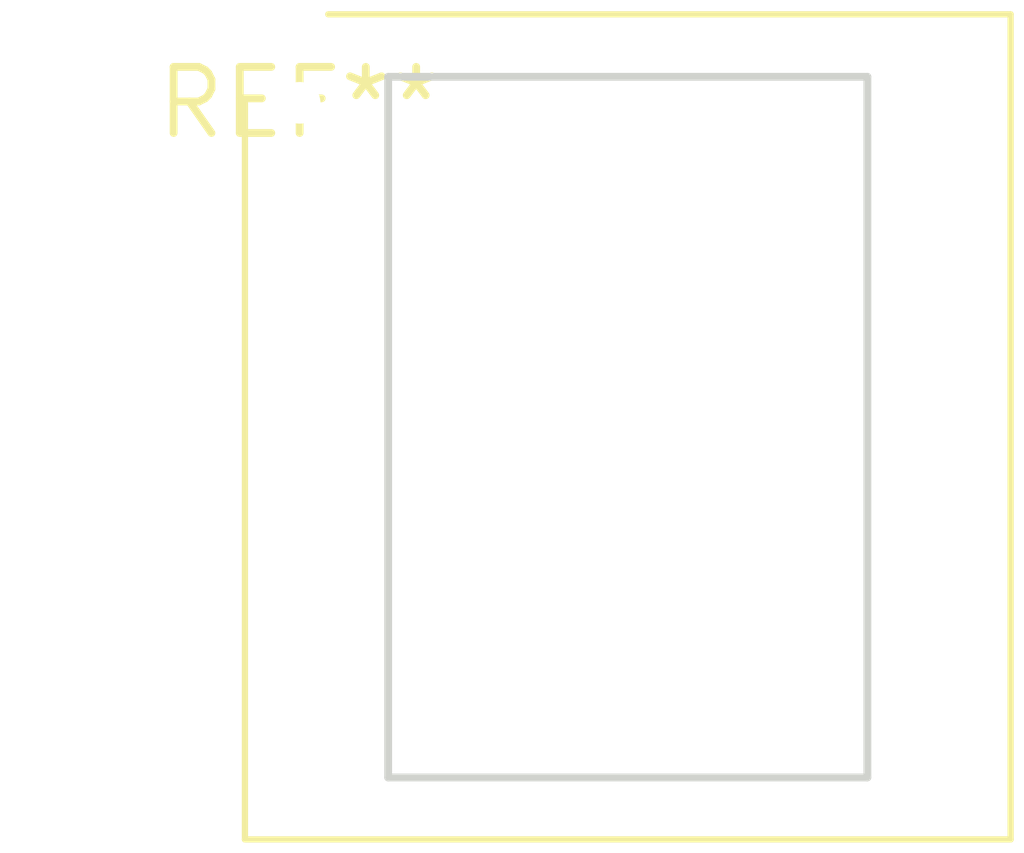
<source format=kicad_pcb>
(kicad_pcb (version 20240108) (generator pcbnew)
  (layers (0 "F.Cu" signal) (31 "B.Cu" signal) (34 "B.Paste" user) (35 "F.Paste" user) (36 "B.SilkS" user "B.Silkscreen") (37 "F.SilkS" user "F.Silkscreen") (38 "B.Mask" user) (39 "F.Mask" user) (44 "Edge.Cuts" user))
  (net 0 "")
  (footprint "ADNS-9800" (layer "F.Cu") (at 0 0)
    (property "Reference" "REF**")
    (property "Value" "ADNS-9800")
    (fp_line (start -1.05 14.15) (end -1.05 0) (layer "F.SilkS") (stroke (width 0.12)))
    (fp_line (start 0.55 -1.7) (end 13.65 -1.7) (layer "F.SilkS") (stroke (width 0.12)))
    (fp_line (start 13.65 -1.7) (end 13.65 14.15) (layer "F.SilkS") (stroke (width 0.12)))
    (fp_line (start 13.65 14.15) (end -1.05 14.15) (layer "F.SilkS") (stroke (width 0.12)))
    (fp_line (start 1.7 -0.5) (end 10.9 -0.5) (layer "Edge.Cuts") (stroke (width 0.15)))
    (fp_line (start 1.7 12.96) (end 1.7 -0.5) (layer "Edge.Cuts") (stroke (width 0.15)))
    (fp_line (start 10.9 -0.5) (end 10.9 12.96) (layer "Edge.Cuts") (stroke (width 0.15)))
    (fp_line (start 10.9 12.96) (end 1.7 12.96) (layer "Edge.Cuts") (stroke (width 0.15)))
    (pad "1" thru_hole rect (at 0 0) (size 1.4 1.4) (drill 0.8) (layers *.Cu *.Mask) (remove_unused_layers))
    (pad "2" thru_hole circle (at 0 1.78) (size 1.4 1.4) (drill 0.8) (layers *.Cu *.Mask) (remove_unused_layers))
    (pad "3" thru_hole circle (at 0 3.56) (size 1.4 1.4) (drill 0.8) (layers *.Cu *.Mask) (remove_unused_layers))
    (pad "4" thru_hole circle (at 0 5.34) (size 1.4 1.4) (drill 0.8) (layers *.Cu *.Mask) (remove_unused_layers))
    (pad "5" thru_hole circle (at 0 7.12) (size 1.4 1.4) (drill 0.8) (layers *.Cu *.Mask) (remove_unused_layers))
    (pad "6" thru_hole circle (at 0 8.9) (size 1.4 1.4) (drill 0.8) (layers *.Cu *.Mask) (remove_unused_layers))
    (pad "7" thru_hole circle (at 0 10.68) (size 1.4 1.4) (drill 0.8) (layers *.Cu *.Mask) (remove_unused_layers))
    (pad "8" thru_hole circle (at 0 12.46) (size 1.4 1.4) (drill 0.8) (layers *.Cu *.Mask) (remove_unused_layers))
    (pad "9" thru_hole circle (at 12.6 12.46) (size 1.4 1.4) (drill 0.8) (layers *.Cu *.Mask) (remove_unused_layers))
    (pad "10" thru_hole circle (at 12.6 10.68) (size 1.4 1.4) (drill 0.8) (layers *.Cu *.Mask) (remove_unused_layers))
    (pad "11" thru_hole circle (at 12.6 8.9) (size 1.4 1.4) (drill 0.8) (layers *.Cu *.Mask) (remove_unused_layers))
    (pad "12" thru_hole circle (at 12.6 7.12) (size 1.4 1.4) (drill 0.8) (layers *.Cu *.Mask) (remove_unused_layers))
    (pad "13" thru_hole circle (at 12.6 5.34) (size 1.4 1.4) (drill 0.8) (layers *.Cu *.Mask) (remove_unused_layers))
    (pad "14" thru_hole circle (at 12.6 3.56) (size 1.4 1.4) (drill 0.8) (layers *.Cu *.Mask) (remove_unused_layers))
    (pad "15" thru_hole circle (at 12.6 1.78) (size 1.4 1.4) (drill 0.8) (layers *.Cu *.Mask) (remove_unused_layers))
    (pad "16" thru_hole circle (at 12.6 0) (size 1.4 1.4) (drill 0.8) (layers *.Cu *.Mask) (remove_unused_layers))
  )
)
</source>
